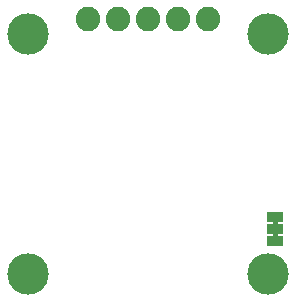
<source format=gbs>
G75*
%MOIN*%
%OFA0B0*%
%FSLAX25Y25*%
%IPPOS*%
%LPD*%
%AMOC8*
5,1,8,0,0,1.08239X$1,22.5*
%
%ADD10C,0.08200*%
%ADD11R,0.05800X0.03300*%
%ADD12C,0.00500*%
%ADD13C,0.13800*%
D10*
X0183333Y0140000D03*
X0193333Y0140000D03*
X0203333Y0140000D03*
X0213333Y0140000D03*
X0223333Y0140000D03*
D11*
X0245833Y0074000D03*
X0245833Y0070000D03*
X0245833Y0066000D03*
D12*
X0245333Y0067250D02*
X0246333Y0067250D01*
X0246333Y0068750D01*
X0245333Y0068750D01*
X0245333Y0067250D01*
X0245333Y0067433D02*
X0246333Y0067433D01*
X0246333Y0067932D02*
X0245333Y0067932D01*
X0245333Y0068430D02*
X0246333Y0068430D01*
X0246333Y0071250D02*
X0246333Y0072750D01*
X0245333Y0072750D01*
X0245333Y0071250D01*
X0246333Y0071250D01*
X0246333Y0071421D02*
X0245333Y0071421D01*
X0245333Y0071920D02*
X0246333Y0071920D01*
X0246333Y0072418D02*
X0245333Y0072418D01*
D13*
X0163333Y0055000D03*
X0243333Y0055000D03*
X0243333Y0135000D03*
X0163333Y0135000D03*
M02*

</source>
